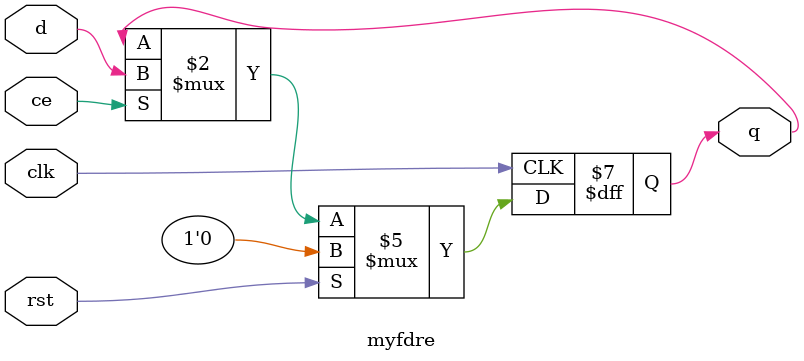
<source format=sv>
module myfdre
(
  input logic clk,
  input logic rst,
  input logic ce,
  input logic d,
  output logic q
);

  always_ff @(posedge clk) begin
    if (rst) begin
      q <= '0;
    end else if (ce) begin
      q <= d;
    end
  end
endmodule

</source>
